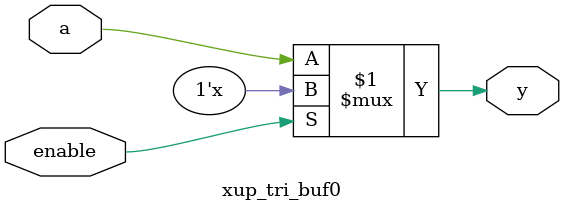
<source format=v>
`timescale 1ns / 1ps


module xup_tri_buf0 #(parameter DELAY = 3)(
    input wire a,
    input wire enable,
    output wire y
    );
    
    bufif0 #DELAY (y,a,enable);
    
endmodule

</source>
